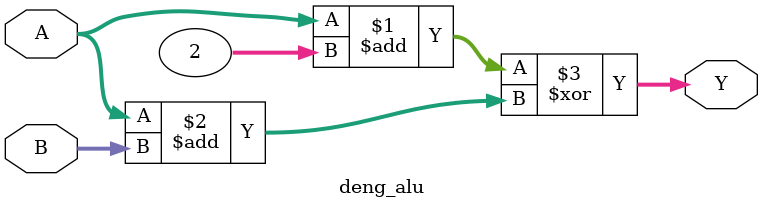
<source format=v>
`timescale 1ns / 1ps
module deng_alu(
    input [31:0] A,
    input [31:0] B,
    output [31:0] Y
    );

	assign Y = (A+2) ^ (A+B);

endmodule

</source>
